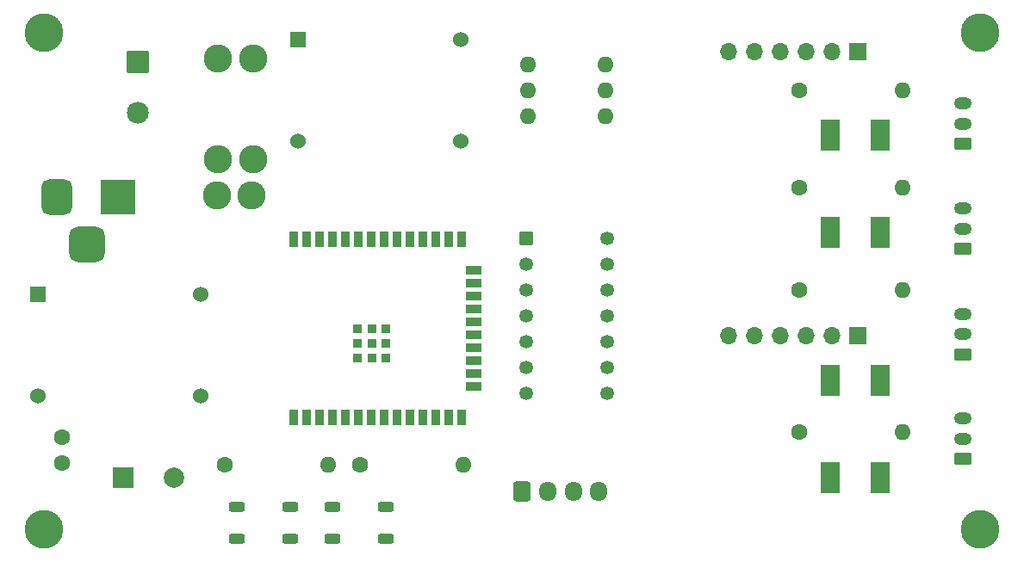
<source format=gbr>
%TF.GenerationSoftware,KiCad,Pcbnew,8.0.8*%
%TF.CreationDate,2025-02-20T16:12:13-05:00*%
%TF.ProjectId,ESP32_SMD,45535033-325f-4534-9d44-2e6b69636164,rev?*%
%TF.SameCoordinates,Original*%
%TF.FileFunction,Soldermask,Top*%
%TF.FilePolarity,Negative*%
%FSLAX46Y46*%
G04 Gerber Fmt 4.6, Leading zero omitted, Abs format (unit mm)*
G04 Created by KiCad (PCBNEW 8.0.8) date 2025-02-20 16:12:13*
%MOMM*%
%LPD*%
G01*
G04 APERTURE LIST*
G04 Aperture macros list*
%AMRoundRect*
0 Rectangle with rounded corners*
0 $1 Rounding radius*
0 $2 $3 $4 $5 $6 $7 $8 $9 X,Y pos of 4 corners*
0 Add a 4 corners polygon primitive as box body*
4,1,4,$2,$3,$4,$5,$6,$7,$8,$9,$2,$3,0*
0 Add four circle primitives for the rounded corners*
1,1,$1+$1,$2,$3*
1,1,$1+$1,$4,$5*
1,1,$1+$1,$6,$7*
1,1,$1+$1,$8,$9*
0 Add four rect primitives between the rounded corners*
20,1,$1+$1,$2,$3,$4,$5,0*
20,1,$1+$1,$4,$5,$6,$7,0*
20,1,$1+$1,$6,$7,$8,$9,0*
20,1,$1+$1,$8,$9,$2,$3,0*%
G04 Aperture macros list end*
%ADD10C,3.800000*%
%ADD11RoundRect,0.250000X-0.525000X-0.250000X0.525000X-0.250000X0.525000X0.250000X-0.525000X0.250000X0*%
%ADD12C,1.600000*%
%ADD13O,1.600000X1.600000*%
%ADD14RoundRect,0.250000X-0.600000X-0.725000X0.600000X-0.725000X0.600000X0.725000X-0.600000X0.725000X0*%
%ADD15O,1.700000X1.950000*%
%ADD16R,1.524000X1.524000*%
%ADD17C,1.524000*%
%ADD18RoundRect,0.250000X0.625000X-0.350000X0.625000X0.350000X-0.625000X0.350000X-0.625000X-0.350000X0*%
%ADD19O,1.750000X1.200000*%
%ADD20R,1.960000X3.150000*%
%ADD21RoundRect,0.102000X-0.570000X-0.570000X0.570000X-0.570000X0.570000X0.570000X-0.570000X0.570000X0*%
%ADD22C,1.344000*%
%ADD23R,3.500000X3.500000*%
%ADD24RoundRect,0.750000X-0.750000X-1.000000X0.750000X-1.000000X0.750000X1.000000X-0.750000X1.000000X0*%
%ADD25RoundRect,0.875000X-0.875000X-0.875000X0.875000X-0.875000X0.875000X0.875000X-0.875000X0.875000X0*%
%ADD26R,0.900000X1.500000*%
%ADD27R,1.500000X0.900000*%
%ADD28R,0.900000X0.900000*%
%ADD29C,2.780000*%
%ADD30R,1.700000X1.700000*%
%ADD31O,1.700000X1.700000*%
%ADD32C,2.154000*%
%ADD33RoundRect,0.102000X-0.975000X0.975000X-0.975000X-0.975000X0.975000X-0.975000X0.975000X0.975000X0*%
%ADD34R,2.000000X2.000000*%
%ADD35C,2.000000*%
G04 APERTURE END LIST*
D10*
%TO.C,H4*%
X29210000Y-83185000D03*
%TD*%
%TO.C,H3*%
X121285000Y-83185000D03*
%TD*%
%TO.C,H2*%
X29210000Y-34300000D03*
%TD*%
%TO.C,H1*%
X121285000Y-34300000D03*
%TD*%
D11*
%TO.C,SW2*%
X57573000Y-80950000D03*
X62823000Y-80950000D03*
X57573000Y-84150000D03*
X62823000Y-84150000D03*
%TD*%
D12*
%TO.C,R6*%
X60325000Y-76835000D03*
D13*
X70485000Y-76835000D03*
%TD*%
D14*
%TO.C,J11*%
X76260000Y-79485000D03*
D15*
X78760000Y-79485000D03*
X81260000Y-79485000D03*
X83760000Y-79485000D03*
%TD*%
D12*
%TO.C,C2*%
X30988000Y-74168000D03*
X30988000Y-76668000D03*
%TD*%
%TO.C,R2*%
X103505000Y-49610000D03*
D13*
X113665000Y-49610000D03*
%TD*%
D11*
%TO.C,SW1*%
X48175000Y-80950000D03*
X53425000Y-80950000D03*
X48175000Y-84150000D03*
X53425000Y-84150000D03*
%TD*%
D16*
%TO.C,J10*%
X28625000Y-60050000D03*
D17*
X28625000Y-70050000D03*
X44625000Y-60050000D03*
X44625000Y-70050000D03*
%TD*%
D12*
%TO.C,R1*%
X103505000Y-40005000D03*
D13*
X113665000Y-40005000D03*
%TD*%
D18*
%TO.C,J3*%
X119550000Y-45283300D03*
D19*
X119550000Y-43283300D03*
X119550000Y-41283300D03*
%TD*%
D20*
%TO.C,F3*%
X106490000Y-53975000D03*
X111400000Y-53975000D03*
%TD*%
D12*
%TO.C,R5*%
X46990000Y-76835000D03*
D13*
X57150000Y-76835000D03*
%TD*%
D18*
%TO.C,J5*%
X119550000Y-66000000D03*
D19*
X119550000Y-64000000D03*
X119550000Y-62000000D03*
%TD*%
D21*
%TO.C,U4*%
X76675000Y-54610000D03*
D22*
X76675000Y-57150000D03*
X76675000Y-59690000D03*
X76675000Y-62230000D03*
X76675000Y-64770000D03*
X76675000Y-67310000D03*
X76675000Y-69850000D03*
X84615000Y-69850000D03*
X84615000Y-67310000D03*
X84615000Y-64770000D03*
X84615000Y-62230000D03*
X84615000Y-59690000D03*
X84615000Y-57150000D03*
X84615000Y-54610000D03*
%TD*%
D12*
%TO.C,R4*%
X103505000Y-73660000D03*
D13*
X113665000Y-73660000D03*
%TD*%
D20*
%TO.C,F5*%
X106490000Y-78105000D03*
X111400000Y-78105000D03*
%TD*%
D16*
%TO.C,J1*%
X54230000Y-35005000D03*
D17*
X54230000Y-45005000D03*
X70230000Y-35005000D03*
X70230000Y-45005000D03*
%TD*%
D23*
%TO.C,J9*%
X36480000Y-50477500D03*
D24*
X30480000Y-50477500D03*
D25*
X33480000Y-55177500D03*
%TD*%
D26*
%TO.C,U2*%
X53745000Y-72150000D03*
X55015000Y-72150000D03*
X56285000Y-72150000D03*
X57555000Y-72150000D03*
X58825000Y-72150000D03*
X60095000Y-72150000D03*
X61365000Y-72150000D03*
X62635000Y-72150000D03*
X63905000Y-72150000D03*
X65175000Y-72150000D03*
X66445000Y-72150000D03*
X67715000Y-72150000D03*
X68985000Y-72150000D03*
X70255000Y-72150000D03*
D27*
X71505000Y-69120000D03*
X71505000Y-67850000D03*
X71505000Y-66580000D03*
X71505000Y-65310000D03*
X71505000Y-64040000D03*
X71505000Y-62770000D03*
X71505000Y-61500000D03*
X71505000Y-60230000D03*
X71505000Y-58960000D03*
X71505000Y-57690000D03*
D26*
X70255000Y-54650000D03*
X68985000Y-54650000D03*
X67715000Y-54650000D03*
X66445000Y-54650000D03*
X65175000Y-54650000D03*
X63905000Y-54650000D03*
X62635000Y-54650000D03*
X61365000Y-54650000D03*
X60095000Y-54650000D03*
X58825000Y-54650000D03*
X57555000Y-54650000D03*
X56285000Y-54650000D03*
X55015000Y-54650000D03*
X53745000Y-54650000D03*
D28*
X60065000Y-66300000D03*
X60065000Y-66300000D03*
X61465000Y-66300000D03*
X62865000Y-66300000D03*
X62865000Y-66300000D03*
X60065000Y-64900000D03*
X61465000Y-64900000D03*
X62865000Y-64900000D03*
X62865000Y-64900000D03*
X60065000Y-63500000D03*
X61465000Y-63500000D03*
X62865000Y-63500000D03*
%TD*%
D18*
%TO.C,J6*%
X119550000Y-76283300D03*
D19*
X119550000Y-74283300D03*
X119550000Y-72283300D03*
%TD*%
D13*
%TO.C,U3*%
X84455000Y-42545000D03*
X84455000Y-40005000D03*
X84455000Y-37465000D03*
X76835000Y-37465000D03*
X76835000Y-40005000D03*
X76835000Y-42545000D03*
%TD*%
D29*
%TO.C,F1*%
X49769500Y-36861000D03*
X46369500Y-36861000D03*
X49769500Y-46781000D03*
X46369500Y-46781000D03*
X49669500Y-50361000D03*
X46269500Y-50361000D03*
%TD*%
D20*
%TO.C,F2*%
X106490000Y-44450000D03*
X111400000Y-44450000D03*
%TD*%
D30*
%TO.C,J8*%
X109220000Y-36195000D03*
D31*
X106680000Y-36195000D03*
X104140000Y-36195000D03*
X101600000Y-36195000D03*
X99060000Y-36195000D03*
X96520000Y-36195000D03*
%TD*%
D12*
%TO.C,R3*%
X103505000Y-59690000D03*
D13*
X113665000Y-59690000D03*
%TD*%
D18*
%TO.C,J4*%
X119550000Y-55616700D03*
D19*
X119550000Y-53616700D03*
X119550000Y-51616700D03*
%TD*%
D32*
%TO.C,J7*%
X38480000Y-42212500D03*
D33*
X38480000Y-37212500D03*
%TD*%
D30*
%TO.C,J2*%
X109220000Y-64135000D03*
D31*
X106680000Y-64135000D03*
X104140000Y-64135000D03*
X101600000Y-64135000D03*
X99060000Y-64135000D03*
X96520000Y-64135000D03*
%TD*%
D20*
%TO.C,F4*%
X106490000Y-68580000D03*
X111400000Y-68580000D03*
%TD*%
D34*
%TO.C,C1*%
X37002323Y-78105000D03*
D35*
X42002323Y-78105000D03*
%TD*%
M02*

</source>
